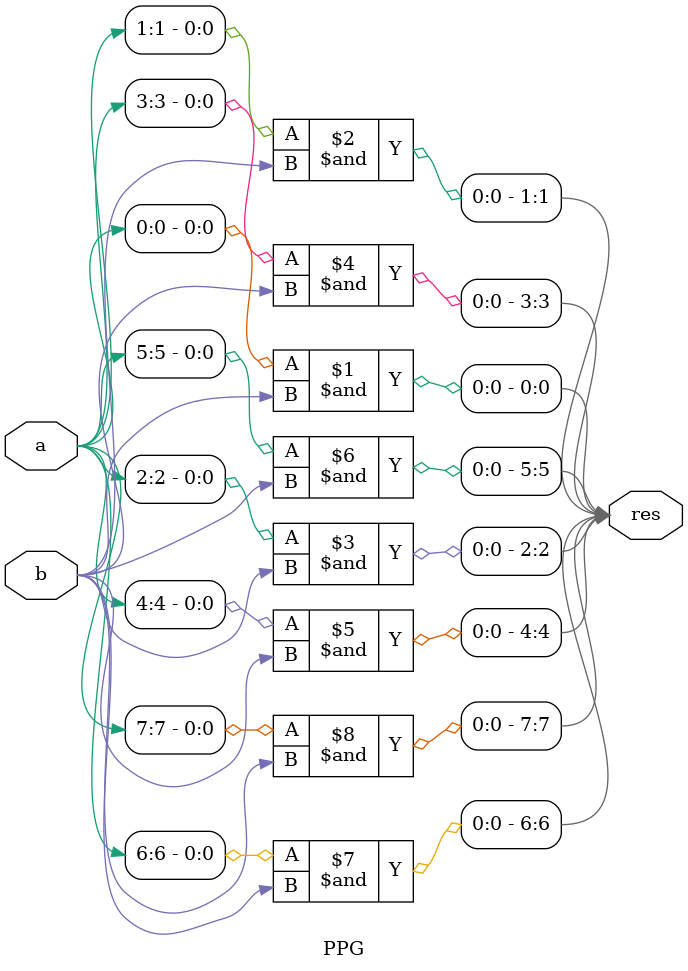
<source format=v>


module PPG(res, a, b);

input [7:0] a;
input b;
output [7:0] res;

and and0(res[0], a[0], b);
and and1(res[1], a[1], b);
and and2(res[2], a[2], b);
and and3(res[3], a[3], b);
and and4(res[4], a[4], b);
and and5(res[5], a[5], b);
and and6(res[6], a[6], b);
and and7(res[7], a[7], b);

endmodule

</source>
